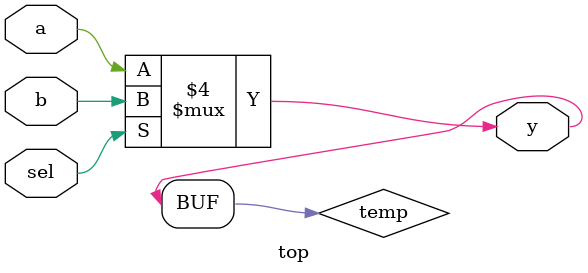
<source format=sv>


`timescale 1ns/1ps

module top (
  input a,b,sel,
  output y
);
  
  
  reg temp;
  
  always @(*) 
    begin
      if(sel == 1'b0)
        temp = a;
      else
        temp = b;
    end
  assign y =temp;
  
endmodule
</source>
